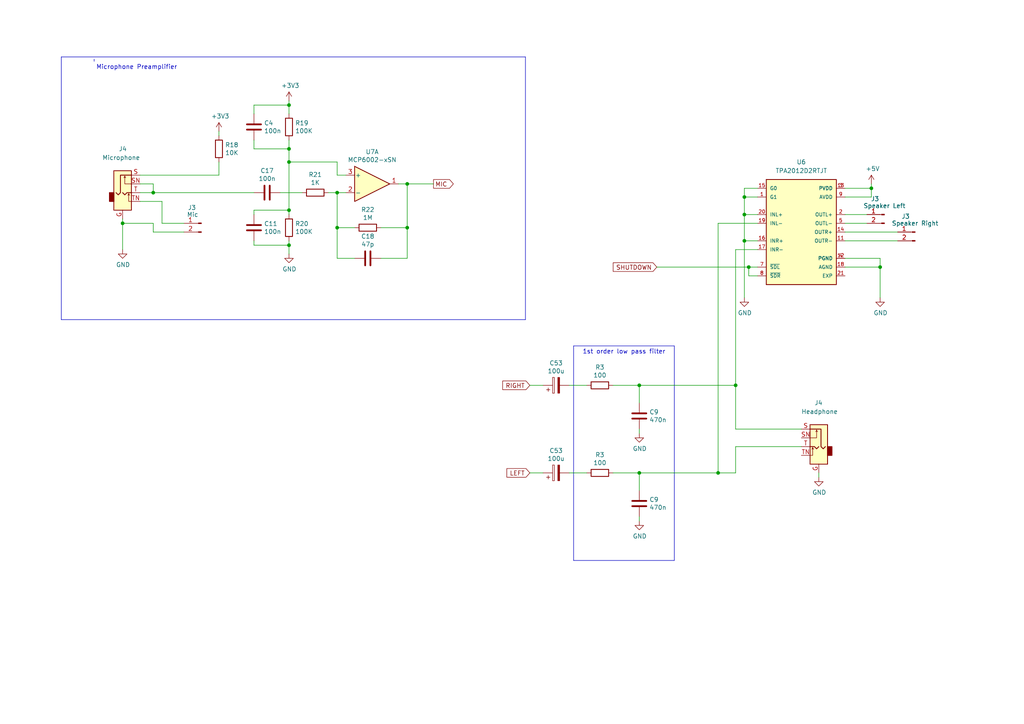
<source format=kicad_sch>
(kicad_sch (version 20230121) (generator eeschema)
  (paper "A4")
  (lib_symbols
    (symbol "Amplifier_Operational:MCP6002-xSN" (pin_names (offset 0.127))
      (property "Reference" "U" (at 0 5.08 0))
      (property "Value" "MCP6002-xSN" (at 0 -5.08 0))
      (symbol "MCP6002-xSN_1_1"
        (polyline (pts (xy -5.08 5.08) (xy 5.08 0) (xy -5.08 -5.08) (xy -5.08 5.08)) (stroke (width 0.254)) (fill (type background)))
        (pin output line (at 7.62 0 180) (length 2.54) (name "~") (number "1"))
        (pin input line (at -7.62 -2.54 0) (length 2.54) (name "-") (number "2"))
        (pin input line (at -7.62 2.54 0) (length 2.54) (name "+") (number "3"))
      )
      (symbol "MCP6002-xSN_2_1"
        (polyline (pts (xy -5.08 5.08) (xy 5.08 0) (xy -5.08 -5.08) (xy -5.08 5.08)) (stroke (width 0.254)) (fill (type background)))
        (pin input line (at -7.62 2.54 0) (length 2.54) (name "+") (number "5"))
        (pin input line (at -7.62 -2.54 0) (length 2.54) (name "-") (number "6"))
        (pin output line (at 7.62 0 180) (length 2.54) (name "~") (number "7"))
      )
      (symbol "MCP6002-xSN_3_1"
        (pin power_in line (at -2.54 -7.62 90) (length 3.81) (name "V-") (number "4"))
        (pin power_in line (at -2.54 7.62 270) (length 3.81) (name "V+") (number "8"))
      )
    )
    (symbol "Device:C" (pin_numbers hide) (pin_names (offset 0.254))
      (property "Reference" "C" (at 0.635 2.54 0))
      (property "Value" "C" (at 0.635 -2.54 0))
      (symbol "C_0_1"
        (polyline (pts (xy -2.032 -0.762) (xy 2.032 -0.762)) (stroke (width 0.508)))
        (polyline (pts (xy -2.032 0.762) (xy 2.032 0.762)) (stroke (width 0.508)))
      )
      (symbol "C_1_1"
        (pin passive line (at 0 3.81 270) (length 2.794) (name "~") (number "1"))
        (pin passive line (at 0 -3.81 90) (length 2.794) (name "~") (number "2"))
      )
    )
    (symbol "Device:R" (pin_numbers hide) (pin_names (offset 0))
      (property "Reference" "R" (at 2.032 0 90))
      (property "Value" "R" (at 0 0 90))
      (symbol "R_0_1"
        (rectangle (start -1.016 -2.54) (end 1.016 2.54) (stroke (width 0.254)))
      )
      (symbol "R_1_1"
        (pin passive line (at 0 3.81 270) (length 1.27) (name "~") (number "1"))
        (pin passive line (at 0 -3.81 90) (length 1.27) (name "~") (number "2"))
      )
    )
    (symbol "RADIO-rescue:AudioJack2_Ground_Switch-Connector"
      (property "Reference" "J" (at 0 11.43 0))
      (property "Value" "Connector_AudioJack2_Ground_Switch" (at 0 8.89 0))
      (symbol "AudioJack2_Ground_Switch-Connector_0_1"
        (rectangle (start -2.54 -2.54) (end -3.81 0) (stroke (width 0.254)) (fill (type outline)))
        (rectangle (start 2.54 6.35) (end -2.54 -5.08) (stroke (width 0.254)) (fill (type background)))
      )
      (symbol "AudioJack2_Ground_Switch-Connector_1_1"
        (polyline (pts (xy 0.635 4.826) (xy 0.889 4.318)))
        (polyline (pts (xy 1.778 -0.254) (xy 2.032 -0.762)))
        (polyline (pts (xy 0 0) (xy 0.635 -0.635) (xy 1.27 0) (xy 2.54 0)) (stroke (width 0.254)))
        (polyline (pts (xy 2.54 -2.54) (xy 1.778 -2.54) (xy 1.778 -0.254) (xy 1.524 -0.762)))
        (polyline (pts (xy 2.54 2.54) (xy 0.635 2.54) (xy 0.635 4.826) (xy 0.381 4.318)))
        (polyline (pts (xy 2.54 5.08) (xy -0.635 5.08) (xy -0.635 0) (xy -1.27 -0.635) (xy -1.905 0)) (stroke (width 0.254)))
        (pin passive line (at 0 -7.62 90) (length 2.54) (name "~") (number "G"))
        (pin passive line (at 5.08 5.08 180) (length 2.54) (name "~") (number "S"))
        (pin passive line (at 5.08 2.54 180) (length 2.54) (name "~") (number "SN"))
        (pin passive line (at 5.08 0 180) (length 2.54) (name "~") (number "T"))
        (pin passive line (at 5.08 -2.54 180) (length 2.54) (name "~") (number "TN"))
      )
    )
    (symbol "RADIO-rescue:CP-Device" (pin_numbers hide) (pin_names (offset 0.254))
      (property "Reference" "C" (at 0.635 2.54 0))
      (property "Value" "Device_CP" (at 0.635 -2.54 0))
      (symbol "CP-Device_0_1"
        (rectangle (start -2.286 0.508) (end 2.286 1.016))
        (polyline (pts (xy -1.778 2.286) (xy -0.762 2.286)))
        (polyline (pts (xy -1.27 2.794) (xy -1.27 1.778)))
        (rectangle (start 2.286 -0.508) (end -2.286 -1.016) (fill (type outline)))
      )
      (symbol "CP-Device_1_1"
        (pin passive line (at 0 3.81 270) (length 2.794) (name "~") (number "1"))
        (pin passive line (at 0 -3.81 90) (length 2.794) (name "~") (number "2"))
      )
    )
    (symbol "RADIO-rescue:Conn_01x02_Male-Connector" (pin_names (offset 1.016) hide)
      (property "Reference" "J" (at 0 2.54 0))
      (property "Value" "Connector_Conn_01x02_Male" (at 0 -5.08 0))
      (symbol "Conn_01x02_Male-Connector_1_1"
        (polyline (pts (xy 1.27 -2.54) (xy 0.8636 -2.54)) (stroke (width 0.1524)))
        (polyline (pts (xy 1.27 0) (xy 0.8636 0)) (stroke (width 0.1524)))
        (rectangle (start 0.8636 -2.413) (end 0 -2.667) (stroke (width 0.1524)) (fill (type outline)))
        (rectangle (start 0.8636 0.127) (end 0 -0.127) (stroke (width 0.1524)) (fill (type outline)))
        (pin passive line (at 5.08 0 180) (length 3.81) (name "Pin_1") (number "1"))
        (pin passive line (at 5.08 -2.54 180) (length 3.81) (name "Pin_2") (number "2"))
      )
    )
    (symbol "TPA2012D2RTJT:TPA2012D2RTJT" (pin_names (offset 1.016))
      (property "Reference" "U" (at -10.1758 15.2637 0))
      (property "Value" "TPA2012D2RTJT" (at -10.1771 -17.81 0))
      (symbol "TPA2012D2RTJT_0_0"
        (rectangle (start -10.16 -15.24) (end 10.16 15.24) (stroke (width 0.254)) (fill (type background)))
        (pin input line (at -12.7 10.16 0) (length 2.54) (name "G1") (number "1"))
        (pin output line (at 12.7 -2.54 180) (length 2.54) (name "OUTR-") (number "11"))
        (pin power_in line (at 12.7 -7.62 180) (length 2.54) (name "PGND") (number "12"))
        (pin power_in line (at 12.7 12.7 180) (length 2.54) (name "PVDD") (number "13"))
        (pin output line (at 12.7 0 180) (length 2.54) (name "OUTR+") (number "14"))
        (pin input line (at -12.7 12.7 0) (length 2.54) (name "G0") (number "15"))
        (pin input line (at -12.7 -2.54 0) (length 2.54) (name "INR+") (number "16"))
        (pin input line (at -12.7 -5.08 0) (length 2.54) (name "INR-") (number "17"))
        (pin power_in line (at 12.7 -10.16 180) (length 2.54) (name "AGND") (number "18"))
        (pin input line (at -12.7 2.54 0) (length 2.54) (name "INL-") (number "19"))
        (pin output line (at 12.7 5.08 180) (length 2.54) (name "OUTL+") (number "2"))
        (pin input line (at -12.7 5.08 0) (length 2.54) (name "INL+") (number "20"))
        (pin power_in line (at 12.7 -12.7 180) (length 2.54) (name "EXP") (number "21"))
        (pin power_in line (at 12.7 12.7 180) (length 2.54) (name "PVDD") (number "3"))
        (pin power_in line (at 12.7 -7.62 180) (length 2.54) (name "PGND") (number "4"))
        (pin output line (at 12.7 2.54 180) (length 2.54) (name "OUTL-") (number "5"))
        (pin input line (at -12.7 -10.16 0) (length 2.54) (name "~{SDL}") (number "7"))
        (pin input line (at -12.7 -12.7 0) (length 2.54) (name "~{SDR}") (number "8"))
        (pin power_in line (at 12.7 10.16 180) (length 2.54) (name "AVDD") (number "9"))
      )
    )
    (symbol "power:+3V3" (power) (pin_names (offset 0))
      (property "Value" "+3V3" (at 0 3.556 0))
      (symbol "+3V3_0_1"
        (polyline (pts (xy -0.762 1.27) (xy 0 2.54)))
        (polyline (pts (xy 0 0) (xy 0 2.54)))
        (polyline (pts (xy 0 2.54) (xy 0.762 1.27)))
      )
      (symbol "+3V3_1_1"
        (pin power_in line (at 0 0 90) (length 0) hide (name "+3V3") (number "1"))
      )
    )
    (symbol "power:+5V" (power) (pin_names (offset 0))
      (property "Value" "+5V" (at 0 3.556 0))
      (symbol "+5V_0_1"
        (polyline (pts (xy -0.762 1.27) (xy 0 2.54)))
        (polyline (pts (xy 0 0) (xy 0 2.54)))
        (polyline (pts (xy 0 2.54) (xy 0.762 1.27)))
      )
      (symbol "+5V_1_1"
        (pin power_in line (at 0 0 90) (length 0) hide (name "+5V") (number "1"))
      )
    )
    (symbol "power:GND" (power) (pin_names (offset 0))
      (property "Value" "GND" (at 0 -3.81 0))
      (symbol "GND_0_1"
        (polyline (pts (xy 0 0) (xy 0 -1.27) (xy 1.27 -1.27) (xy 0 -2.54) (xy -1.27 -1.27) (xy 0 -1.27)))
      )
      (symbol "GND_1_1"
        (pin power_in line (at 0 0 270) (length 0) hide (name "GND") (number "1"))
      )
    )
  )
  (junction (at 35.56 64.77))
  (junction (at 215.9 62.23))
  (junction (at 252.73 54.61))
  (junction (at 215.9 69.85))
  (junction (at 97.79 55.88))
  (junction (at 118.11 66.04))
  (junction (at 185.42 137.16))
  (junction (at 97.79 66.04))
  (junction (at 215.9 57.15))
  (junction (at 83.82 43.18))
  (junction (at 185.42 111.76))
  (junction (at 83.82 30.48))
  (junction (at 213.36 111.76))
  (junction (at 44.45 55.88))
  (junction (at 83.82 71.12))
  (junction (at 255.27 77.47))
  (junction (at 217.17 77.47))
  (junction (at 83.82 46.99))
  (junction (at 118.11 53.34))
  (junction (at 83.82 60.96))
  (junction (at 208.28 137.16))
  (wire (pts (xy 35.56 63.5) (xy 35.56 64.77)))
  (wire (pts (xy 245.11 74.93) (xy 255.27 74.93)))
  (wire (pts (xy 213.36 129.54) (xy 213.36 137.16)))
  (wire (pts (xy 73.66 40.64) (xy 73.66 43.18)))
  (wire (pts (xy 219.71 54.61) (xy 215.9 54.61)))
  (polyline (pts (xy 27.305 17.145) (xy 27.305 17.78)))
  (wire (pts (xy 81.28 55.88) (xy 87.63 55.88)))
  (wire (pts (xy 215.9 57.15) (xy 215.9 62.23)))
  (wire (pts (xy 73.66 43.18) (xy 83.82 43.18)))
  (wire (pts (xy 83.82 71.12) (xy 83.82 73.66)))
  (polyline (pts (xy 152.4 92.71) (xy 152.4 16.51)))
  (wire (pts (xy 73.66 71.12) (xy 83.82 71.12)))
  (wire (pts (xy 44.45 55.88) (xy 73.66 55.88)))
  (wire (pts (xy 118.11 66.04) (xy 118.11 53.34)))
  (wire (pts (xy 245.11 57.15) (xy 252.73 57.15)))
  (wire (pts (xy 213.36 124.46) (xy 213.36 111.76)))
  (wire (pts (xy 217.17 80.01) (xy 217.17 77.47)))
  (wire (pts (xy 83.82 46.99) (xy 97.79 46.99)))
  (wire (pts (xy 83.82 29.21) (xy 83.82 30.48)))
  (wire (pts (xy 83.82 30.48) (xy 83.82 33.02)))
  (polyline (pts (xy 166.37 100.33) (xy 195.58 100.33)))
  (wire (pts (xy 219.71 57.15) (xy 215.9 57.15)))
  (wire (pts (xy 153.67 111.76) (xy 157.48 111.76)))
  (wire (pts (xy 97.79 66.04) (xy 97.79 55.88)))
  (wire (pts (xy 46.99 64.77) (xy 46.99 58.42)))
  (wire (pts (xy 40.64 55.88) (xy 44.45 55.88)))
  (wire (pts (xy 245.11 54.61) (xy 252.73 54.61)))
  (wire (pts (xy 102.87 66.04) (xy 97.79 66.04)))
  (wire (pts (xy 177.8 111.76) (xy 185.42 111.76)))
  (wire (pts (xy 83.82 69.85) (xy 83.82 71.12)))
  (wire (pts (xy 232.41 124.46) (xy 213.36 124.46)))
  (wire (pts (xy 53.34 64.77) (xy 46.99 64.77)))
  (wire (pts (xy 35.56 64.77) (xy 35.56 72.39)))
  (wire (pts (xy 44.45 53.34) (xy 44.45 55.88)))
  (wire (pts (xy 63.5 46.99) (xy 63.5 50.8)))
  (wire (pts (xy 185.42 124.46) (xy 185.42 125.73)))
  (wire (pts (xy 252.73 54.61) (xy 252.73 53.34)))
  (polyline (pts (xy 195.58 162.56) (xy 195.58 100.33)))
  (wire (pts (xy 232.41 129.54) (xy 213.36 129.54)))
  (wire (pts (xy 185.42 149.86) (xy 185.42 151.13)))
  (wire (pts (xy 73.66 30.48) (xy 83.82 30.48)))
  (wire (pts (xy 118.11 74.93) (xy 118.11 66.04)))
  (wire (pts (xy 215.9 69.85) (xy 219.71 69.85)))
  (polyline (pts (xy 166.37 162.56) (xy 195.58 162.56)))
  (wire (pts (xy 245.11 77.47) (xy 255.27 77.47)))
  (wire (pts (xy 118.11 53.34) (xy 125.73 53.34)))
  (wire (pts (xy 97.79 50.8) (xy 97.79 46.99)))
  (wire (pts (xy 40.64 53.34) (xy 44.45 53.34)))
  (wire (pts (xy 245.11 67.31) (xy 260.35 67.31)))
  (wire (pts (xy 83.82 60.96) (xy 83.82 62.23)))
  (polyline (pts (xy 17.78 92.71) (xy 152.4 92.71)))
  (wire (pts (xy 73.66 62.23) (xy 73.66 60.96)))
  (wire (pts (xy 215.9 54.61) (xy 215.9 57.15)))
  (wire (pts (xy 40.64 50.8) (xy 63.5 50.8)))
  (wire (pts (xy 95.25 55.88) (xy 97.79 55.88)))
  (wire (pts (xy 73.66 60.96) (xy 83.82 60.96)))
  (wire (pts (xy 245.11 69.85) (xy 260.35 69.85)))
  (wire (pts (xy 83.82 46.99) (xy 83.82 60.96)))
  (polyline (pts (xy 17.78 16.51) (xy 17.78 92.71)))
  (wire (pts (xy 73.66 33.02) (xy 73.66 30.48)))
  (wire (pts (xy 213.36 137.16) (xy 208.28 137.16)))
  (wire (pts (xy 219.71 64.77) (xy 208.28 64.77)))
  (wire (pts (xy 217.17 77.47) (xy 219.71 77.47)))
  (wire (pts (xy 245.11 62.23) (xy 251.46 62.23)))
  (wire (pts (xy 219.71 72.39) (xy 213.36 72.39)))
  (wire (pts (xy 215.9 69.85) (xy 215.9 86.36)))
  (wire (pts (xy 255.27 77.47) (xy 255.27 86.36)))
  (wire (pts (xy 213.36 72.39) (xy 213.36 111.76)))
  (wire (pts (xy 237.49 137.16) (xy 237.49 138.43)))
  (polyline (pts (xy 166.37 100.33) (xy 166.37 162.56)))
  (wire (pts (xy 165.1 111.76) (xy 170.18 111.76)))
  (wire (pts (xy 97.79 74.93) (xy 97.79 66.04)))
  (wire (pts (xy 115.57 53.34) (xy 118.11 53.34)))
  (wire (pts (xy 215.9 62.23) (xy 219.71 62.23)))
  (wire (pts (xy 208.28 137.16) (xy 185.42 137.16)))
  (wire (pts (xy 219.71 80.01) (xy 217.17 80.01)))
  (wire (pts (xy 110.49 74.93) (xy 118.11 74.93)))
  (wire (pts (xy 252.73 57.15) (xy 252.73 54.61)))
  (wire (pts (xy 44.45 67.31) (xy 53.34 67.31)))
  (wire (pts (xy 255.27 74.93) (xy 255.27 77.47)))
  (wire (pts (xy 165.1 137.16) (xy 170.18 137.16)))
  (polyline (pts (xy 17.78 16.51) (xy 152.4 16.51)))
  (wire (pts (xy 100.33 50.8) (xy 97.79 50.8)))
  (wire (pts (xy 153.67 137.16) (xy 157.48 137.16)))
  (wire (pts (xy 44.45 64.77) (xy 44.45 67.31)))
  (wire (pts (xy 110.49 66.04) (xy 118.11 66.04)))
  (wire (pts (xy 97.79 55.88) (xy 100.33 55.88)))
  (wire (pts (xy 245.11 64.77) (xy 251.46 64.77)))
  (wire (pts (xy 208.28 64.77) (xy 208.28 137.16)))
  (wire (pts (xy 102.87 74.93) (xy 97.79 74.93)))
  (wire (pts (xy 83.82 43.18) (xy 83.82 46.99)))
  (wire (pts (xy 35.56 64.77) (xy 44.45 64.77)))
  (wire (pts (xy 185.42 111.76) (xy 213.36 111.76)))
  (wire (pts (xy 63.5 38.1) (xy 63.5 39.37)))
  (wire (pts (xy 40.64 58.42) (xy 46.99 58.42)))
  (wire (pts (xy 190.5 77.47) (xy 217.17 77.47)))
  (wire (pts (xy 215.9 62.23) (xy 215.9 69.85)))
  (wire (pts (xy 185.42 111.76) (xy 185.42 116.84)))
  (wire (pts (xy 185.42 137.16) (xy 185.42 142.24)))
  (wire (pts (xy 83.82 40.64) (xy 83.82 43.18)))
  (wire (pts (xy 177.8 137.16) (xy 185.42 137.16)))
  (wire (pts (xy 73.66 69.85) (xy 73.66 71.12)))
  (text "1st order low pass filter" (at 193.04 102.87 0) (effects (font (size 1.27 1.27)) (justify right bottom)))
  (text "Microphone Preamplifier" (at 51.435 20.32 0) (effects (font (size 1.27 1.27)) (justify right bottom)))
  (global_label "MIC" (shape output) (at 125.73 53.34 0) (property "Intersheetrefs" "${INTERSHEET_REFS}" (effects hide)))
  (global_label "SHUTDOWN" (shape input) (at 190.5 77.47 180) (property "Intersheetrefs" "${INTERSHEET_REFS}" (effects hide)))
  (global_label "RIGHT" (shape input) (at 153.67 111.76 180) (property "Intersheetrefs" "${INTERSHEET_REFS}" (effects hide)))
  (global_label "LEFT" (shape input) (at 153.67 137.16 180) (property "Intersheetrefs" "${INTERSHEET_REFS}" (effects hide)))
  (symbol (lib_id "TPA2012D2RTJT:TPA2012D2RTJT") (at 232.41 67.31 0) (unit 1)
    (property "Reference" "U6" (at 232.41 46.99 0))
    (property "Value" "TPA2012D2RTJT" (at 232.41 49.53 0))
    (property "Footprint" "TPA2012D2RTJT:QFN50P400X400X80-21N270X270" (effects hide))
    (property "DigiKey_Part_Number" "296-26878-2-ND" (effects hide))
    (property "MF" "Texas Instruments" (effects hide))
    (property "Purchase-URL" "https://www.snapeda.com/api/url_track_click_mouser/?unipart_id=87090&manufacturer=Texas Instruments&part_name=TPA2012D2RTJT&search_term=None" (effects hide))
    (property "Package" "WQFN-20 Texas Instruments" (effects hide))
    (property "Check_prices" "https://www.snapeda.com/parts/TPA2012D2RTJT/Texas+Instruments/view-part/?ref=eda" (effects hide))
    (property "STANDARD" "IPC-7351B" (effects hide))
    (property "PARTREV" "NA" (effects hide))
    (property "SnapEDA_Link" "https://www.snapeda.com/parts/TPA2012D2RTJT/Texas+Instruments/view-part/?ref=snap" (effects hide))
    (property "MP" "TPA2012D2RTJT" (effects hide))
    (property "Description" "\n2.1-W, stereo, analog input Class-D audio amp with selectable gain\n" (effects hide))
    (property "MANUFACTURER" "TEXAS INSTRUMENTS" (effects hide))
  )
  (symbol (lib_id "RADIO-rescue:Conn_01x02_Male-Connector") (at 265.43 67.31 0) (mirror y) (unit 1)
    (property "Reference" "J3" (at 262.6868 62.7634 0))
    (property "Value" "Speaker Right" (at 265.43 64.77 0))
    (property "Footprint" "Connector_PinHeader_2.54mm:PinHeader_1x02_P2.54mm_Vertical" (effects hide))
    (instances (project "RADIO" (path "" (reference "J3") (unit 1))) (project "pico_rx" (path "" (reference "J1") (unit 1)) (path "" (reference "J7") (unit 1))))
  )
  (symbol (lib_id "power:+3V3") (at 83.82 29.21 0) (unit 1)
    (property "Reference" "#PWR054" (effects hide))
    (property "Value" "+3V3" (at 84.201 24.8158 0))
    (instances (project "pico_rx" (path "" (reference "#PWR054") (unit 1))) (project "audio" (path "" (reference "#PWR028") (unit 1))))
  )
  (symbol (lib_id "Device:C") (at 185.42 146.05 0) (unit 1)
    (property "Reference" "C9" (at 188.341 144.907 0) (effects (justify left)))
    (property "Value" "470n" (at 188.341 147.193 0) (effects (justify left)))
    (property "Footprint" "Capacitor_SMD:C_0805_2012Metric" (effects hide))
    (instances (project "RADIO" (path "" (reference "C9") (unit 1))) (project "pico_rx" (path "" (reference "C34") (unit 1)) (path "" (reference "C20") (unit 1))))
  )
  (symbol (lib_id "power:+3V3") (at 63.5 38.1 0) (unit 1)
    (property "Reference" "#PWR047" (effects hide))
    (property "Value" "+3V3" (at 63.881 33.7058 0))
    (instances (project "pico_rx" (path "" (reference "#PWR047") (unit 1))) (project "audio" (path "" (reference "#PWR025") (unit 1))))
  )
  (symbol (lib_id "Device:R") (at 63.5 43.18 0) (unit 1)
    (property "Reference" "R18" (at 65.278 42.037 0) (effects (justify left)))
    (property "Value" "10K" (at 65.278 44.323 0) (effects (justify left)))
    (property "Footprint" "Resistor_SMD:R_0805_2012Metric" (effects hide))
    (instances (project "pico_rx" (path "" (reference "R18") (unit 1))) (project "audio" (path "" (reference "R4") (unit 1))))
  )
  (symbol (lib_id "Device:C") (at 106.68 74.93 90) (unit 1)
    (property "Reference" "C18" (at 106.68 68.5546 90))
    (property "Value" "47p" (at 106.68 70.866 90))
    (property "Footprint" "Capacitor_SMD:C_0805_2012Metric" (effects hide))
    (instances (project "pico_rx" (path "" (reference "C18") (unit 1))) (project "audio" (path "" (reference "C50") (unit 1))))
  )
  (symbol (lib_id "power:GND") (at 215.9 86.36 0) (unit 1)
    (property "Reference" "#PWR034" (effects hide))
    (property "Value" "GND" (at 216.027 90.7542 0))
    (instances (project "RADIO" (path "" (reference "#PWR034") (unit 1))) (project "pico_rx" (path "" (reference "#PWR031") (unit 1)) (path "" (reference "#PWR034") (unit 1))))
  )
  (symbol (lib_id "Amplifier_Operational:MCP6002-xSN") (at 107.95 53.34 0) (unit 1)
    (property "Reference" "U7" (at 107.95 44.0436 0))
    (property "Value" "MCP6002-xSN" (at 107.95 46.355 0))
    (property "Footprint" "Package_SO:SOIC-8_3.9x4.9mm_P1.27mm" (effects hide))
    (property "Datasheet" "http://ww1.microchip.com/downloads/en/DeviceDoc/21733j.pdf" (effects hide))
    (instances (project "pico_rx" (path "" (reference "U7") (unit 1))) (project "audio" (path "" (reference "U3") (unit 1))))
  )
  (symbol (lib_id "RADIO-rescue:AudioJack2_Ground_Switch-Connector") (at 35.56 55.88 0) (unit 1)
    (property "Reference" "J4" (at 36.83 43.18 0) (effects (justify right)))
    (property "Value" "Microphone" (at 40.64 45.72 0) (effects (justify right)))
    (property "Footprint" "reciever:jack3.5mm switched" (effects hide))
    (instances (project "RADIO" (path "" (reference "J4") (unit 1)) (path "" (reference "J4") (unit 1))) (project "pico_rx" (path "" (reference "J2") (unit 1)) (path "" (reference "J3") (unit 1))))
  )
  (symbol (lib_id "RADIO-rescue:Conn_01x02_Male-Connector") (at 58.42 64.77 0) (mirror y) (unit 1)
    (property "Reference" "J3" (at 55.6768 60.2234 0))
    (property "Value" "Mic" (at 55.88 62.23 0))
    (property "Footprint" "Connector_PinHeader_2.54mm:PinHeader_1x02_P2.54mm_Vertical" (effects hide))
    (instances (project "RADIO" (path "" (reference "J3") (unit 1))) (project "pico_rx" (path "" (reference "J1") (unit 1)) (path "" (reference "J5") (unit 1))))
  )
  (symbol (lib_id "Device:C") (at 77.47 55.88 90) (unit 1)
    (property "Reference" "C17" (at 77.47 49.5046 90))
    (property "Value" "100n" (at 77.47 51.816 90))
    (property "Footprint" "Capacitor_SMD:C_0805_2012Metric" (effects hide))
    (instances (project "pico_rx" (path "" (reference "C17") (unit 1))) (project "audio" (path "" (reference "C14") (unit 1))))
  )
  (symbol (lib_id "power:GND") (at 35.56 72.39 0) (unit 1)
    (property "Reference" "#PWR045" (effects hide))
    (property "Value" "GND" (at 35.687 76.7842 0))
    (instances (project "pico_rx" (path "" (reference "#PWR045") (unit 1))) (project "audio" (path "" (reference "#PWR022") (unit 1))))
  )
  (symbol (lib_id "power:GND") (at 83.82 73.66 0) (unit 1)
    (property "Reference" "#PWR055" (effects hide))
    (property "Value" "GND" (at 83.947 78.0542 0))
    (instances (project "pico_rx" (path "" (reference "#PWR055") (unit 1))) (project "audio" (path "" (reference "#PWR029") (unit 1))))
  )
  (symbol (lib_id "power:GND") (at 185.42 125.73 0) (unit 1)
    (property "Reference" "#PWR024" (effects hide))
    (property "Value" "GND" (at 185.547 130.1242 0))
    (instances (project "RADIO" (path "" (reference "#PWR024") (unit 1))) (project "pico_rx" (path "" (reference "#PWR026") (unit 1)) (path "" (reference "#PWR07") (unit 1))))
  )
  (symbol (lib_id "power:GND") (at 185.42 151.13 0) (unit 1)
    (property "Reference" "#PWR024" (effects hide))
    (property "Value" "GND" (at 185.547 155.5242 0))
    (instances (project "RADIO" (path "" (reference "#PWR024") (unit 1))) (project "pico_rx" (path "" (reference "#PWR026") (unit 1)) (path "" (reference "#PWR031") (unit 1))))
  )
  (symbol (lib_id "RADIO-rescue:Conn_01x02_Male-Connector") (at 256.54 62.23 0) (mirror y) (unit 1)
    (property "Reference" "J3" (at 253.7968 57.6834 0))
    (property "Value" "Speaker Left" (at 256.54 59.69 0))
    (property "Footprint" "Connector_PinHeader_2.54mm:PinHeader_1x02_P2.54mm_Vertical" (effects hide))
    (instances (project "RADIO" (path "" (reference "J3") (unit 1))) (project "pico_rx" (path "" (reference "J1") (unit 1)) (path "" (reference "J1") (unit 1))))
  )
  (symbol (lib_id "Device:C") (at 73.66 36.83 0) (unit 1)
    (property "Reference" "C4" (at 76.581 35.687 0) (effects (justify left)))
    (property "Value" "100n" (at 76.581 37.973 0) (effects (justify left)))
    (property "Footprint" "Capacitor_SMD:C_0805_2012Metric" (effects hide))
    (instances (project "pico_rx" (path "" (reference "C4") (unit 1))) (project "audio" (path "" (reference "C12") (unit 1))))
  )
  (symbol (lib_id "Device:R") (at 83.82 36.83 0) (unit 1)
    (property "Reference" "R19" (at 85.598 35.687 0) (effects (justify left)))
    (property "Value" "100K" (at 85.598 37.973 0) (effects (justify left)))
    (property "Footprint" "Resistor_SMD:R_0805_2012Metric" (effects hide))
    (instances (project "pico_rx" (path "" (reference "R19") (unit 1))) (project "audio" (path "" (reference "R6") (unit 1))))
  )
  (symbol (lib_id "Device:R") (at 173.99 137.16 90) (unit 1)
    (property "Reference" "R3" (at 173.99 131.9276 90))
    (property "Value" "100" (at 173.99 134.239 90))
    (property "Footprint" "Resistor_SMD:R_0805_2012Metric" (effects hide))
    (instances (project "RADIO" (path "" (reference "R3") (unit 1))) (project "pico_rx" (path "" (reference "R9") (unit 1)) (path "" (reference "R2") (unit 1))))
  )
  (symbol (lib_id "Device:R") (at 83.82 66.04 0) (unit 1)
    (property "Reference" "R20" (at 85.598 64.897 0) (effects (justify left)))
    (property "Value" "100K" (at 85.598 67.183 0) (effects (justify left)))
    (property "Footprint" "Resistor_SMD:R_0805_2012Metric" (effects hide))
    (instances (project "pico_rx" (path "" (reference "R20") (unit 1))) (project "audio" (path "" (reference "R7") (unit 1))))
  )
  (symbol (lib_id "Device:C") (at 185.42 120.65 0) (unit 1)
    (property "Reference" "C9" (at 188.341 119.507 0) (effects (justify left)))
    (property "Value" "470n" (at 188.341 121.793 0) (effects (justify left)))
    (property "Footprint" "Capacitor_SMD:C_0805_2012Metric" (effects hide))
    (instances (project "RADIO" (path "" (reference "C9") (unit 1))) (project "pico_rx" (path "" (reference "C34") (unit 1)) (path "" (reference "C5") (unit 1))))
  )
  (symbol (lib_id "Device:R") (at 91.44 55.88 90) (unit 1)
    (property "Reference" "R21" (at 91.44 50.6476 90))
    (property "Value" "1K" (at 91.44 52.959 90))
    (property "Footprint" "Resistor_SMD:R_0805_2012Metric" (effects hide))
    (instances (project "pico_rx" (path "" (reference "R21") (unit 1))) (project "audio" (path "" (reference "R8") (unit 1))))
  )
  (symbol (lib_id "Device:R") (at 106.68 66.04 90) (unit 1)
    (property "Reference" "R22" (at 106.68 60.8076 90))
    (property "Value" "1M" (at 106.68 63.119 90))
    (property "Footprint" "Resistor_SMD:R_0805_2012Metric" (effects hide))
    (instances (project "pico_rx" (path "" (reference "R22") (unit 1))) (project "audio" (path "" (reference "R10") (unit 1))))
  )
  (symbol (lib_id "power:+5V") (at 252.73 53.34 0) (unit 1)
    (property "Reference" "#PWR?" (effects hide))
    (property "Value" "+5V" (at 253.111 48.9458 0))
    (instances (project "RADIO" (path "" (reference "#PWR?") (unit 1))) (project "pico_rx" (path "" (reference "#PWR030") (unit 1)) (path "" (reference "#PWR08") (unit 1))))
  )
  (symbol (lib_id "Device:R") (at 173.99 111.76 90) (unit 1)
    (property "Reference" "R3" (at 173.99 106.5276 90))
    (property "Value" "100" (at 173.99 108.839 90))
    (property "Footprint" "Resistor_SMD:R_0805_2012Metric" (effects hide))
    (instances (project "RADIO" (path "" (reference "R3") (unit 1))) (project "pico_rx" (path "" (reference "R9") (unit 1)) (path "" (reference "R1") (unit 1))))
  )
  (symbol (lib_id "RADIO-rescue:AudioJack2_Ground_Switch-Connector") (at 237.49 129.54 0) (mirror y) (unit 1)
    (property "Reference" "J4" (at 236.22 116.84 0) (effects (justify right)))
    (property "Value" "Headphone" (at 232.41 119.38 0) (effects (justify right)))
    (property "Footprint" "reciever:jack3.5mm switched" (effects hide))
    (instances (project "RADIO" (path "" (reference "J4") (unit 1)) (path "" (reference "J4") (unit 1))) (project "pico_rx" (path "" (reference "J2") (unit 1)) (path "" (reference "J2") (unit 1))))
  )
  (symbol (lib_id "power:GND") (at 237.49 138.43 0) (unit 1)
    (property "Reference" "#PWR034" (effects hide))
    (property "Value" "GND" (at 237.617 142.8242 0))
    (instances (project "RADIO" (path "" (reference "#PWR034") (unit 1))) (project "pico_rx" (path "" (reference "#PWR036") (unit 1)) (path "" (reference "#PWR026") (unit 1))))
  )
  (symbol (lib_id "power:GND") (at 255.27 86.36 0) (unit 1)
    (property "Reference" "#PWR034" (effects hide))
    (property "Value" "GND" (at 255.397 90.7542 0))
    (instances (project "RADIO" (path "" (reference "#PWR034") (unit 1))) (project "pico_rx" (path "" (reference "#PWR031") (unit 1)) (path "" (reference "#PWR033") (unit 1))))
  )
  (symbol (lib_id "Device:C") (at 73.66 66.04 0) (unit 1)
    (property "Reference" "C11" (at 76.581 64.897 0) (effects (justify left)))
    (property "Value" "100n" (at 76.581 67.183 0) (effects (justify left)))
    (property "Footprint" "Capacitor_SMD:C_0805_2012Metric" (effects hide))
  )
  (symbol (lib_id "RADIO-rescue:CP-Device") (at 161.29 137.16 90) (unit 1)
    (property "Reference" "C53" (at 161.29 130.7084 90))
    (property "Value" "100u" (at 161.29 133.0198 90))
    (property "Footprint" "Capacitor_Tantalum_SMD:CP_EIA-3528-21_Kemet-B" (effects hide))
    (instances (project "RADIO" (path "" (reference "C53") (unit 1))) (project "pico_rx" (path "" (reference "C39") (unit 1)) (path "" (reference "C10") (unit 1))))
  )
  (symbol (lib_id "RADIO-rescue:CP-Device") (at 161.29 111.76 90) (unit 1)
    (property "Reference" "C53" (at 161.29 105.3084 90))
    (property "Value" "100u" (at 161.29 107.6198 90))
    (property "Footprint" "Capacitor_Tantalum_SMD:CP_EIA-3528-21_Kemet-B" (effects hide))
    (instances (project "RADIO" (path "" (reference "C53") (unit 1))) (project "pico_rx" (path "" (reference "C39") (unit 1)) (path "" (reference "C1") (unit 1))))
  )
)
</source>
